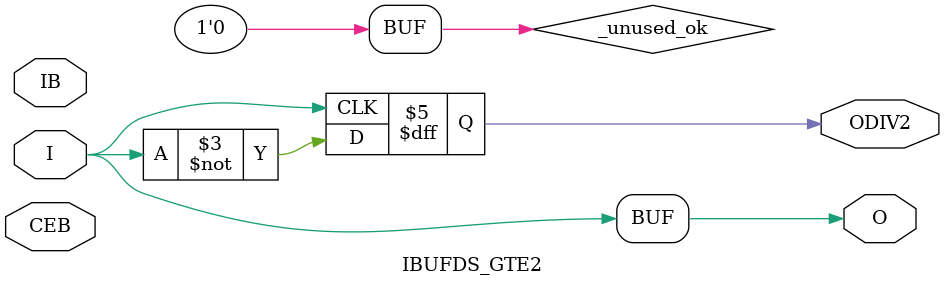
<source format=sv>
module IBUFDS_GTE2 (
	input  logic I,
	input  logic IB,
	input  logic CEB,
	output logic O,
	output logic ODIV2
);

always_comb O = I;

always_ff @(posedge I) begin
	ODIV2 <= ~I;
end

wire _unused_ok = &{
	IB,
	CEB,
	1'b0
};

endmodule


</source>
